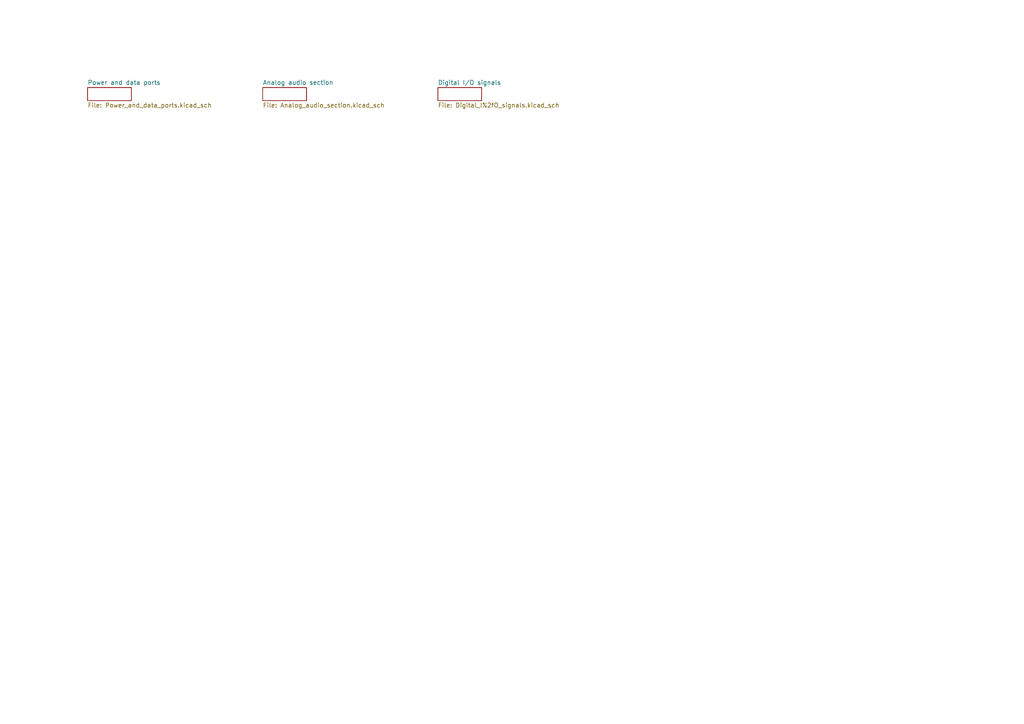
<source format=kicad_sch>
(kicad_sch (version 20211123) (generator eeschema)
  (paper "A4")
  (lib_symbols)
  (sheet (at 76.2 25.4) (size 12.7 3.81)
    (property "Sheet name" "Analog audio section" (at 76.2 24.6884 0) (effects (justify left bottom)))
    (property "Sheet file" "Analog_audio_section.kicad_sch" (at 76.2 29.7946 0) (effects (justify left top)))
  )
  (sheet (at 25.4 25.4) (size 12.7 3.81)
    (property "Sheet name" "Power and data ports" (at 25.4 24.6884 0) (effects (justify left bottom)))
    (property "Sheet file" "Power_and_data_ports.kicad_sch" (at 25.4 29.7946 0) (effects (justify left top)))
  )
  (sheet (at 127 25.4) (size 12.7 3.81)
    (property "Sheet name" "Digital I/O signals" (at 127 24.6884 0) (effects (justify left bottom)))
    (property "Sheet file" "Digital_I%2fO_signals.kicad_sch" (at 127 29.7946 0) (effects (justify left top)))
  )
)
</source>
